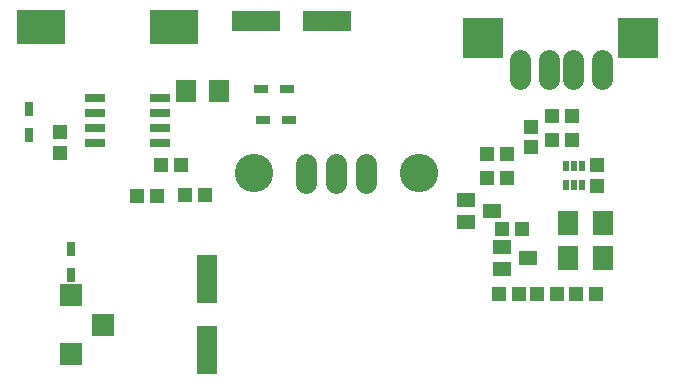
<source format=gts>
G75*
%MOIN*%
%OFA0B0*%
%FSLAX25Y25*%
%IPPOS*%
%LPD*%
%AMOC8*
5,1,8,0,0,1.08239X$1,22.5*
%
%ADD10C,0.12805*%
%ADD11R,0.04537X0.04931*%
%ADD12R,0.06899X0.07698*%
%ADD13R,0.02175X0.03750*%
%ADD14R,0.06112X0.04537*%
%ADD15R,0.06506X0.08474*%
%ADD16R,0.04931X0.04537*%
%ADD17C,0.06937*%
%ADD18R,0.13655X0.13655*%
%ADD19R,0.04537X0.02962*%
%ADD20R,0.02962X0.04537*%
%ADD21R,0.06506X0.02962*%
%ADD22R,0.16348X0.11624*%
%ADD23R,0.07724X0.07724*%
%ADD24R,0.16348X0.06899*%
%ADD25R,0.06899X0.16348*%
D10*
X0150999Y0086093D03*
X0206117Y0086093D03*
D11*
X0228755Y0084321D03*
X0235448Y0084321D03*
X0235448Y0092392D03*
X0228755Y0092392D03*
X0243519Y0094951D03*
X0250408Y0097116D03*
X0243519Y0101644D03*
X0250408Y0105187D03*
X0257101Y0105187D03*
X0257101Y0097116D03*
X0240369Y0067589D03*
X0233676Y0067589D03*
X0232692Y0045935D03*
X0239385Y0045935D03*
X0245487Y0045935D03*
X0252180Y0045935D03*
X0258283Y0045935D03*
X0264975Y0045935D03*
X0134779Y0078652D03*
X0128086Y0078652D03*
X0118794Y0078612D03*
X0112101Y0078612D03*
X0120094Y0088848D03*
X0126786Y0088848D03*
X0086373Y0092963D03*
X0086373Y0099656D03*
D12*
X0128353Y0113415D03*
X0139550Y0113415D03*
D13*
X0255133Y0088455D03*
X0257692Y0088455D03*
X0260251Y0088455D03*
X0260251Y0082156D03*
X0257692Y0082156D03*
X0255133Y0082156D03*
D14*
X0230527Y0073494D03*
X0221865Y0069754D03*
X0221865Y0077234D03*
X0233676Y0061486D03*
X0242338Y0057746D03*
X0233676Y0054006D03*
D15*
X0255723Y0057746D03*
X0267534Y0057746D03*
X0267534Y0069557D03*
X0255723Y0069557D03*
D16*
X0265566Y0081959D03*
X0265566Y0088652D03*
D17*
X0267141Y0117373D02*
X0267141Y0123710D01*
X0257298Y0123710D02*
X0257298Y0117373D01*
X0249424Y0117373D02*
X0249424Y0123710D01*
X0239582Y0123710D02*
X0239582Y0117373D01*
X0188558Y0089261D02*
X0188558Y0082924D01*
X0178558Y0082924D02*
X0178558Y0089261D01*
X0168558Y0089261D02*
X0168558Y0082924D01*
D18*
X0227495Y0131211D03*
X0279227Y0131211D03*
D19*
X0162023Y0114045D03*
X0153361Y0114045D03*
X0153952Y0103809D03*
X0162613Y0103809D03*
D20*
X0089975Y0060699D03*
X0089975Y0052037D03*
X0076196Y0098691D03*
X0076196Y0107352D03*
D21*
X0098086Y0106112D03*
X0098086Y0101112D03*
X0098086Y0096112D03*
X0119739Y0096112D03*
X0119739Y0101112D03*
X0119739Y0106112D03*
X0119739Y0111112D03*
X0098086Y0111112D03*
D22*
X0079936Y0134911D03*
X0124424Y0134911D03*
D23*
X0089975Y0025659D03*
X0100605Y0035502D03*
X0089975Y0045344D03*
D24*
X0151786Y0136880D03*
X0175408Y0136880D03*
D25*
X0135251Y0050659D03*
X0135251Y0027037D03*
M02*

</source>
